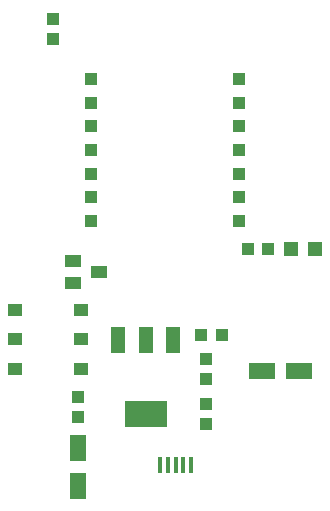
<source format=gtp>
G75*
G70*
%OFA0B0*%
%FSLAX24Y24*%
%IPPOS*%
%LPD*%
%AMOC8*
5,1,8,0,0,1.08239X$1,22.5*
%
%ADD10R,0.0394X0.0394*%
%ADD11R,0.0157X0.0531*%
%ADD12R,0.0480X0.0880*%
%ADD13R,0.1417X0.0866*%
%ADD14R,0.0453X0.0394*%
%ADD15R,0.0394X0.0433*%
%ADD16R,0.0472X0.0472*%
%ADD17R,0.0551X0.0866*%
%ADD18R,0.0866X0.0551*%
%ADD19R,0.0433X0.0394*%
%ADD20R,0.0551X0.0394*%
D10*
X003601Y010408D03*
X003601Y011196D03*
X003601Y011983D03*
X003601Y012771D03*
X003601Y013558D03*
X003601Y014345D03*
X003601Y015133D03*
X008562Y015133D03*
X008562Y014345D03*
X008562Y013558D03*
X008562Y012771D03*
X008562Y011983D03*
X008562Y011196D03*
X008562Y010408D03*
D11*
X006942Y002261D03*
X006686Y002261D03*
X006430Y002261D03*
X006174Y002261D03*
X005918Y002261D03*
D12*
X006340Y006428D03*
X005430Y006428D03*
X004520Y006428D03*
D13*
X005430Y003988D03*
D14*
X003292Y005473D03*
X003292Y006458D03*
X003292Y007442D03*
X001068Y007442D03*
X001068Y006458D03*
X001068Y005473D03*
D15*
X003180Y004542D03*
X003180Y003873D03*
X007295Y006608D03*
X007965Y006608D03*
X007430Y004292D03*
X007430Y003623D03*
X008845Y009458D03*
X009515Y009458D03*
X002360Y016483D03*
X002360Y017152D03*
D16*
X010267Y009458D03*
X011093Y009458D03*
D17*
X003180Y001578D03*
X003180Y002838D03*
D18*
X009300Y005408D03*
X010560Y005408D03*
D19*
X007430Y005123D03*
X007430Y005792D03*
D20*
X003863Y008708D03*
X002997Y009082D03*
X002997Y008334D03*
M02*

</source>
